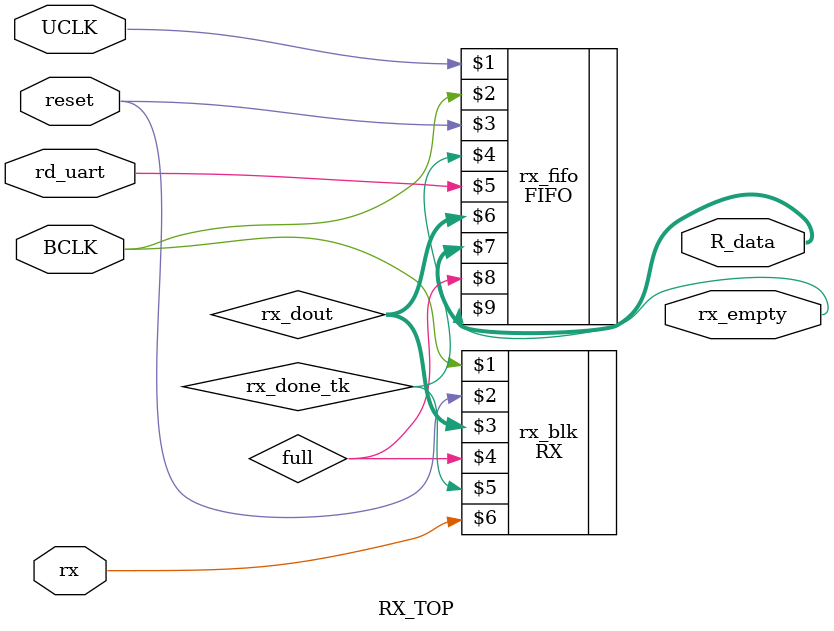
<source format=v>
module RX_TOP (UCLK,BCLK,reset,R_data,rd_uart,rx,rx_empty/*,wr_rst_busy,rd_rst_busy*/);
    parameter OVERSAMPLE = 16;
    parameter DATA_WIDTH = 8;
    parameter DATA_BITS = $clog2(DATA_WIDTH);

    input UCLK,BCLK,reset;
    input rx;
    input rd_uart;

    output rx_empty;
    output [DATA_WIDTH-1:0] R_data;
    //output wr_rst_busy,rd_rst_busy;

    wire rx_done_tk;
    wire [DATA_WIDTH-1:0] rx_dout;
    wire full;

    RX rx_blk (BCLK,reset,rx_dout,full,rx_done_tk,rx);
    
// you can use the fifo generator block that is in ip catalog in VIVADO and customize it
   /* fifo_generator_0 rx_fifo (
  .rst(reset),                  // input wire rst
  .wr_clk(BCLK),            // input wire wr_clk
  .rd_clk(UCLK),            // input wire rd_clk
  .din(rx_dout),                  // input wire [7 : 0] din
  .wr_en(rx_done_tk),              // input wire wr_en
  .rd_en(rd_uart),              // input wire rd_en
  .dout(R_data),                // output wire [7 : 0] dout
  .full(full),                // output wire full
  .empty(rx_empty),              // output wire empty
  .wr_rst_busy(wr_rst_busy),  // output wire wr_rst_busy
  .rd_rst_busy(rd_rst_busy)  // output wire rd_rst_busy
);*/
    FIFO rx_fifo (UCLK,BCLK,reset,rx_done_tk,rd_uart,rx_dout,R_data,full,rx_empty);
endmodule
</source>
